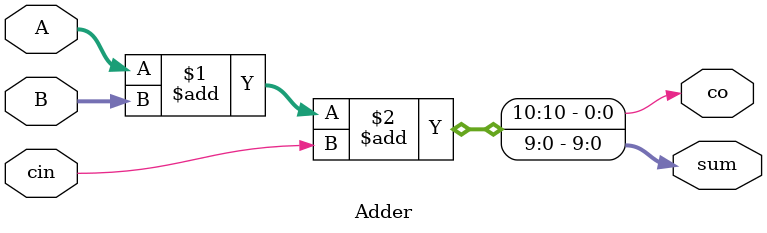
<source format=v>
`timescale 1ns/1ns
module Adder(input [7:0] A, B, input cin, output [9:0] sum, output co);
	assign {co,sum}= A + B + cin;
endmodule

</source>
